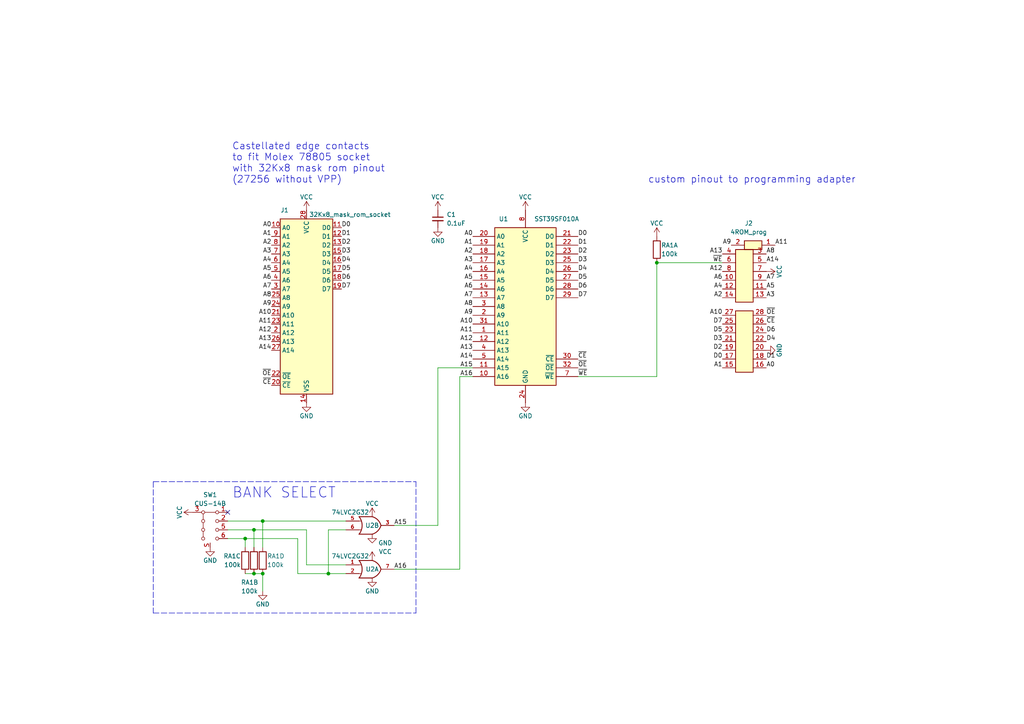
<source format=kicad_sch>
(kicad_sch (version 20211123) (generator eeschema)
  (paper "A4")
  (title_block (title "4ROM_78802") (date "2023-01-20") (rev "002") (company "Brian K. White b.kenyon.w@gmail.com") (comment 1 "CC-BY-SA") (comment 2 "4-bank ROM for 78805 socket with standard mask rom JEDEC pinout"))
  (lib_symbols
    (symbol "000_LOCAL:29F010"
      (property "Reference" "U" (at -8.128 24.384 0))
      (property "Value" "29F010" (at 1.016 24.384 0))
      (symbol "29F010_0_1"
        (rectangle (start -8.89 -22.86) (end 8.89 22.86) (stroke (width 0.254)) (fill (type background)))
      )
      (symbol "29F010_1_1"
        (pin input line (at -15.24 -7.62 0) (length 6.35) (name "A11") (number "1"))
        (pin input line (at -15.24 -20.32 0) (length 6.35) (name "A16") (number "10"))
        (pin input line (at -15.24 -17.78 0) (length 6.35) (name "A15") (number "11"))
        (pin input line (at -15.24 -10.16 0) (length 6.35) (name "A12") (number "12"))
        (pin input line (at -15.24 2.54 0) (length 6.35) (name "A7") (number "13"))
        (pin input line (at -15.24 5.08 0) (length 6.35) (name "A6") (number "14"))
        (pin input line (at -15.24 7.62 0) (length 6.35) (name "A5") (number "15"))
        (pin input line (at -15.24 10.16 0) (length 6.35) (name "A4") (number "16"))
        (pin input line (at -15.24 12.7 0) (length 6.35) (name "A3") (number "17"))
        (pin input line (at -15.24 15.24 0) (length 6.35) (name "A2") (number "18"))
        (pin input line (at -15.24 17.78 0) (length 6.35) (name "A1") (number "19"))
        (pin input line (at -15.24 -2.54 0) (length 6.35) (name "A9") (number "2"))
        (pin input line (at -15.24 20.32 0) (length 6.35) (name "A0") (number "20"))
        (pin tri_state line (at 15.24 20.32 180) (length 6.35) (name "D0") (number "21"))
        (pin tri_state line (at 15.24 17.78 180) (length 6.35) (name "D1") (number "22"))
        (pin tri_state line (at 15.24 15.24 180) (length 6.35) (name "D2") (number "23"))
        (pin input line (at 0 -27.94 90) (length 5.08) (name "GND") (number "24"))
        (pin tri_state line (at 15.24 12.7 180) (length 6.35) (name "D3") (number "25"))
        (pin tri_state line (at 15.24 10.16 180) (length 6.35) (name "D4") (number "26"))
        (pin tri_state line (at 15.24 7.62 180) (length 6.35) (name "D5") (number "27"))
        (pin tri_state line (at 15.24 5.08 180) (length 6.35) (name "D6") (number "28"))
        (pin tri_state line (at 15.24 2.54 180) (length 6.35) (name "D7") (number "29"))
        (pin input line (at -15.24 0 0) (length 6.35) (name "A8") (number "3"))
        (pin input line (at 15.24 -15.24 180) (length 6.35) (name "~{CE}") (number "30"))
        (pin input line (at -15.24 -5.08 0) (length 6.35) (name "A10") (number "31"))
        (pin input line (at 15.24 -17.78 180) (length 6.35) (name "~{OE}") (number "32"))
        (pin input line (at -15.24 -12.7 0) (length 6.35) (name "A13") (number "4"))
        (pin input line (at -15.24 -15.24 0) (length 6.35) (name "A14") (number "5"))
        (pin input line (at 15.24 -20.32 180) (length 6.35) (name "~{WE}") (number "7"))
        (pin input line (at 0 27.94 270) (length 5.08) (name "VCC") (number "8"))
      )
    )
    (symbol "000_LOCAL:32Kx8_mask_rom_socket"
      (property "Reference" "U" (at -7.62 26.67 0))
      (property "Value" "32Kx8_mask_rom_socket" (at 0.762 26.67 0))
      (symbol "32Kx8_mask_rom_socket_1_1"
        (rectangle (start -7.62 25.4) (end 7.62 -25.4) (stroke (width 0.254)) (fill (type background)))
        (pin no_connect line (at -7.62 -17.78 0) (length 2.54) hide (name "NC(VPP)") (number "1"))
        (pin output line (at -10.16 22.86 0) (length 2.54) (name "A0") (number "10"))
        (pin tri_state line (at 10.16 22.86 180) (length 2.54) (name "D0") (number "11"))
        (pin tri_state line (at 10.16 20.32 180) (length 2.54) (name "D1") (number "12"))
        (pin tri_state line (at 10.16 17.78 180) (length 2.54) (name "D2") (number "13"))
        (pin power_out line (at 0 -27.94 90) (length 2.54) (name "VSS") (number "14"))
        (pin tri_state line (at 10.16 15.24 180) (length 2.54) (name "D3") (number "15"))
        (pin tri_state line (at 10.16 12.7 180) (length 2.54) (name "D4") (number "16"))
        (pin tri_state line (at 10.16 10.16 180) (length 2.54) (name "D5") (number "17"))
        (pin tri_state line (at 10.16 7.62 180) (length 2.54) (name "D6") (number "18"))
        (pin tri_state line (at 10.16 5.08 180) (length 2.54) (name "D7") (number "19"))
        (pin output line (at -10.16 -7.62 0) (length 2.54) (name "A12") (number "2"))
        (pin output line (at -10.16 -22.86 0) (length 2.54) (name "~{CE}") (number "20"))
        (pin output line (at -10.16 -2.54 0) (length 2.54) (name "A10") (number "21"))
        (pin output line (at -10.16 -20.32 0) (length 2.54) (name "~{OE}") (number "22"))
        (pin output line (at -10.16 -5.08 0) (length 2.54) (name "A11") (number "23"))
        (pin output line (at -10.16 0 0) (length 2.54) (name "A9") (number "24"))
        (pin output line (at -10.16 2.54 0) (length 2.54) (name "A8") (number "25"))
        (pin output line (at -10.16 -10.16 0) (length 2.54) (name "A13") (number "26"))
        (pin output line (at -10.16 -12.7 0) (length 2.54) (name "A14") (number "27"))
        (pin power_out line (at 0 27.94 270) (length 2.54) (name "VCC") (number "28"))
        (pin output line (at -10.16 5.08 0) (length 2.54) (name "A7") (number "3"))
        (pin output line (at -10.16 7.62 0) (length 2.54) (name "A6") (number "4"))
        (pin output line (at -10.16 10.16 0) (length 2.54) (name "A5") (number "5"))
        (pin output line (at -10.16 12.7 0) (length 2.54) (name "A4") (number "6"))
        (pin output line (at -10.16 15.24 0) (length 2.54) (name "A3") (number "7"))
        (pin output line (at -10.16 17.78 0) (length 2.54) (name "A2") (number "8"))
        (pin output line (at -10.16 20.32 0) (length 2.54) (name "A1") (number "9"))
      )
    )
    (symbol "000_LOCAL:4ROM_prog" (pin_names (offset 1.016) hide)
      (property "Reference" "J" (at 0 20.32 0))
      (property "Value" "4ROM_prog" (at 0 -20.32 0))
      (symbol "4ROM_prog_1_1"
        (rectangle (start -2.54 -1.27) (end 2.54 -19.05) (stroke (width 0.254)) (fill (type background)))
        (rectangle (start -2.54 16.51) (end 2.54 1.27) (stroke (width 0.254)) (fill (type background)))
        (rectangle (start 0 19.05) (end 5.08 16.51) (stroke (width 0.254)) (fill (type background)))
        (pin passive line (at 8.89 17.78 180) (length 3.81) (name "A11") (number "1"))
        (pin passive line (at -6.35 7.62 0) (length 3.81) (name "A6") (number "10"))
        (pin passive line (at 6.35 5.08 180) (length 3.81) (name "A5") (number "11"))
        (pin passive line (at -6.35 5.08 0) (length 3.81) (name "A4") (number "12"))
        (pin passive line (at 6.35 2.54 180) (length 3.81) (name "A3") (number "13"))
        (pin passive line (at -6.35 2.54 0) (length 3.81) (name "A2") (number "14"))
        (pin passive line (at -6.35 -17.78 0) (length 3.81) (name "A1") (number "15"))
        (pin passive line (at 6.35 -17.78 180) (length 3.81) (name "A0") (number "16"))
        (pin passive line (at -6.35 -15.24 0) (length 3.81) (name "D0") (number "17"))
        (pin passive line (at 6.35 -15.24 180) (length 3.81) (name "D1") (number "18"))
        (pin passive line (at -6.35 -12.7 0) (length 3.81) (name "D2") (number "19"))
        (pin passive line (at -3.81 17.78 0) (length 3.81) (name "A9") (number "2"))
        (pin passive line (at 6.35 -12.7 180) (length 3.81) (name "GND") (number "20"))
        (pin passive line (at -6.35 -10.16 0) (length 3.81) (name "D3") (number "21"))
        (pin passive line (at 6.35 -10.16 180) (length 3.81) (name "D4") (number "22"))
        (pin passive line (at -6.35 -7.62 0) (length 3.81) (name "D5") (number "23"))
        (pin passive line (at 6.35 -7.62 180) (length 3.81) (name "D6") (number "24"))
        (pin passive line (at -6.35 -5.08 0) (length 3.81) (name "D7") (number "25"))
        (pin passive line (at 6.35 -5.08 180) (length 3.81) (name "~{CE}") (number "26"))
        (pin passive line (at -6.35 -2.54 0) (length 3.81) (name "A10") (number "27"))
        (pin passive line (at 6.35 -2.54 180) (length 3.81) (name "~{OE}") (number "28"))
        (pin passive line (at 6.35 15.24 180) (length 3.81) (name "A8") (number "3"))
        (pin passive line (at -6.35 15.24 0) (length 3.81) (name "A13") (number "4"))
        (pin passive line (at 6.35 12.7 180) (length 3.81) (name "A14") (number "5"))
        (pin passive line (at -6.35 12.7 0) (length 3.81) (name "~{WE}") (number "6"))
        (pin passive line (at 6.35 10.16 180) (length 3.81) (name "VCC") (number "7"))
        (pin passive line (at -6.35 10.16 0) (length 3.81) (name "A12") (number "8"))
        (pin passive line (at 6.35 7.62 180) (length 3.81) (name "A7") (number "9"))
      )
    )
    (symbol "000_LOCAL:74LVC2G32" (pin_names (offset 1.016))
      (property "Reference" "U" (at -2.54 3.81 0))
      (property "Value" "74LVC2G32" (at 0 -3.81 0))
      (symbol "74LVC2G32_0_1"
        (arc (start -3.81 -2.54) (mid -2.919 0) (end -3.81 2.54) (stroke (width 0.254)))
        (arc (start 0 -2.54) (mid 1.5993 -1.6027) (end 2.54 0) (stroke (width 0.254)))
        (polyline (pts (xy -3.81 -1.27) (xy -3.175 -1.27)))
        (polyline (pts (xy -3.81 1.27) (xy -3.175 1.27)))
        (polyline (pts (xy 0 -2.54) (xy -3.81 -2.54)) (stroke (width 0.254)) (fill (type background)))
        (polyline (pts (xy 0 2.54) (xy -3.81 2.54)) (stroke (width 0.254)) (fill (type background)))
        (arc (start 2.54 0) (mid 1.6119 1.6152) (end 0 2.54) (stroke (width 0.254)))
        (pin power_in line (at 0 -2.54 270) (length 0) hide (name "GND") (number "4"))
        (pin power_in line (at 0 2.54 90) (length 0) hide (name "VCC") (number "8"))
      )
      (symbol "74LVC2G32_1_1"
        (pin input line (at -7.62 1.27 0) (length 3.81) (name "~") (number "1"))
        (pin input line (at -7.62 -1.27 0) (length 3.81) (name "~") (number "2"))
        (pin output line (at 6.35 0 180) (length 3.81) (name "~") (number "7"))
      )
      (symbol "74LVC2G32_2_1"
        (pin output line (at 6.35 0 180) (length 3.81) (name "~") (number "3"))
        (pin input line (at -7.62 1.27 0) (length 3.81) (name "~") (number "5"))
        (pin input line (at -7.62 -1.27 0) (length 3.81) (name "~") (number "6"))
      )
    )
    (symbol "000_LOCAL:C" (pin_numbers hide) (pin_names (offset 0.254) hide)
      (property "Reference" "C" (at 0.254 1.778 0))
      (property "Value" "C" (at 0.254 -2.032 0))
      (symbol "C_0_1"
        (polyline (pts (xy -1.524 -0.508) (xy 1.524 -0.508)) (stroke (width 0.3302)))
        (polyline (pts (xy -1.524 0.508) (xy 1.524 0.508)) (stroke (width 0.3048)))
      )
      (symbol "C_1_1"
        (pin passive line (at 0 2.54 270) (length 2.032) (name "~") (number "1"))
        (pin passive line (at 0 -2.54 90) (length 2.032) (name "~") (number "2"))
      )
    )
    (symbol "000_LOCAL:GND" (power) (pin_names (offset 0))
      (property "Value" "GND" (at 0 -3.81 0))
      (symbol "GND_0_1"
        (polyline (pts (xy 0 0) (xy 0 -1.27) (xy 1.27 -1.27) (xy 0 -2.54) (xy -1.27 -1.27) (xy 0 -1.27)))
      )
      (symbol "GND_1_1"
        (pin power_in line (at 0 0 270) (length 0) hide (name "GND") (number "1"))
      )
    )
    (symbol "000_LOCAL:R_Array_04" (pin_numbers hide) (pin_names (offset 0) hide)
      (property "Reference" "RA" (at 2.032 0 90))
      (property "Value" "R_Array_04" (at -2.032 0 90))
      (symbol "R_Array_04_0_1"
        (rectangle (start 1.016 2.54) (end -1.016 -2.54) (stroke (width 0.254)))
      )
      (symbol "R_Array_04_1_1"
        (pin passive line (at 0 3.81 270) (length 1.27) (name "R1.1") (number "1"))
        (pin passive line (at 0 -3.81 90) (length 1.27) (name "R1.2") (number "8"))
      )
      (symbol "R_Array_04_2_1"
        (pin passive line (at 0 3.81 270) (length 1.27) (name "R2.1") (number "2"))
        (pin passive line (at 0 -3.81 90) (length 1.27) (name "R2.2") (number "7"))
      )
      (symbol "R_Array_04_3_1"
        (pin passive line (at 0 3.81 270) (length 1.27) (name "R3.1") (number "3"))
        (pin passive line (at 0 -3.81 90) (length 1.27) (name "R3.2") (number "6"))
      )
      (symbol "R_Array_04_4_1"
        (pin passive line (at 0 3.81 270) (length 1.27) (name "R4.1") (number "4"))
        (pin passive line (at 0 -3.81 90) (length 1.27) (name "R4.2") (number "5"))
      )
    )
    (symbol "000_LOCAL:SW_1P4T_CUS-14B" (pin_names (offset 0) hide)
      (property "Reference" "SW" (at 0 6.35 0))
      (property "Value" "SW_1P4T_CUS-14B" (at 0 -7.62 0))
      (symbol "SW_1P4T_CUS-14B_0_1"
        (circle (center -2.032 -3.81) (radius 0.4572))
        (circle (center -2.032 -1.27) (radius 0.4572))
        (circle (center -2.032 1.27) (radius 0.4572))
        (circle (center -2.032 3.81) (radius 0.4572))
        (polyline (pts (xy -2.032 -1.778) (xy -2.032 -3.302)) (stroke (width 0.1524)))
        (polyline (pts (xy -2.032 0.762) (xy -2.032 -0.762)) (stroke (width 0.1524)))
        (polyline (pts (xy -2.032 3.302) (xy -2.032 1.778)) (stroke (width 0.1524)))
        (polyline (pts (xy -1.524 3.81) (xy 1.524 3.81)) (stroke (width 0.1524)))
        (circle (center 2.032 -3.81) (radius 0.4572))
        (circle (center 2.032 -1.27) (radius 0.4572))
        (circle (center 2.032 1.27) (radius 0.4572))
        (circle (center 2.032 3.81) (radius 0.4572))
      )
      (symbol "SW_1P4T_CUS-14B_1_1"
        (pin passive line (at 5.08 3.81 180) (length 2.54) (name "1") (number "1"))
        (pin passive line (at 5.08 1.27 180) (length 2.54) (name "2") (number "2"))
        (pin passive line (at -5.08 3.81 0) (length 2.54) (name "C") (number "3"))
        (pin passive line (at -5.08 3.81 0) (length 2.54) hide (name "C") (number "4"))
        (pin passive line (at 5.08 -1.27 180) (length 2.54) (name "5") (number "5"))
        (pin passive line (at 5.08 -3.81 180) (length 2.54) (name "6") (number "6"))
        (pin passive line (at 0 -6.35 90) (length 1.27) (name "S") (number "S"))
      )
    )
    (symbol "000_LOCAL:VCC" (power) (pin_names (offset 0))
      (property "Value" "VCC" (at 0 3.81 0))
      (symbol "VCC_0_1"
        (polyline (pts (xy -0.762 1.27) (xy 0 2.54)))
        (polyline (pts (xy 0 0) (xy 0 2.54)))
        (polyline (pts (xy 0 2.54) (xy 0.762 1.27)))
      )
      (symbol "VCC_1_1"
        (pin power_in line (at 0 0 90) (length 0) hide (name "VCC") (number "1"))
      )
    )
  )
  (junction (at 76.2 151.13))
  (junction (at 95.25 166.37))
  (junction (at 76.2 166.37))
  (junction (at 190.5 76.2))
  (junction (at 73.66 153.67))
  (junction (at 71.12 156.21))
  (junction (at 73.66 166.37))
  (no_connect (at 66.04 148.59))
  (wire (pts (xy 73.66 166.37) (xy 76.2 166.37)))
  (wire (pts (xy 137.16 106.68) (xy 127 106.68)))
  (wire (pts (xy 95.25 153.67) (xy 95.25 166.37)))
  (wire (pts (xy 73.66 153.67) (xy 88.9 153.67)))
  (wire (pts (xy 86.36 156.21) (xy 86.36 166.37)))
  (wire (pts (xy 73.66 153.67) (xy 73.66 158.75)))
  (wire (pts (xy 100.33 153.67) (xy 95.25 153.67)))
  (polyline (pts (xy 44.45 139.7) (xy 44.45 177.8)))
  (wire (pts (xy 95.25 166.37) (xy 100.33 166.37)))
  (wire (pts (xy 88.9 153.67) (xy 88.9 163.83)))
  (wire (pts (xy 88.9 163.83) (xy 100.33 163.83)))
  (wire (pts (xy 190.5 76.2) (xy 209.55 76.2)))
  (polyline (pts (xy 120.65 177.8) (xy 120.65 139.7)))
  (wire (pts (xy 76.2 151.13) (xy 76.2 158.75)))
  (wire (pts (xy 137.16 109.22) (xy 133.35 109.22)))
  (wire (pts (xy 76.2 151.13) (xy 100.33 151.13)))
  (wire (pts (xy 66.04 153.67) (xy 73.66 153.67)))
  (wire (pts (xy 86.36 166.37) (xy 95.25 166.37)))
  (wire (pts (xy 114.3 152.4) (xy 127 152.4)))
  (wire (pts (xy 190.5 109.22) (xy 190.5 76.2)))
  (wire (pts (xy 71.12 156.21) (xy 71.12 158.75)))
  (wire (pts (xy 133.35 109.22) (xy 133.35 165.1)))
  (polyline (pts (xy 44.45 139.7) (xy 120.65 139.7)))
  (wire (pts (xy 71.12 166.37) (xy 73.66 166.37)))
  (wire (pts (xy 66.04 156.21) (xy 71.12 156.21)))
  (wire (pts (xy 76.2 166.37) (xy 76.2 171.45)))
  (wire (pts (xy 127 106.68) (xy 127 152.4)))
  (polyline (pts (xy 44.45 177.8) (xy 120.65 177.8)))
  (wire (pts (xy 167.64 109.22) (xy 190.5 109.22)))
  (wire (pts (xy 71.12 156.21) (xy 86.36 156.21)))
  (wire (pts (xy 66.04 151.13) (xy 76.2 151.13)))
  (wire (pts (xy 114.3 165.1) (xy 133.35 165.1)))
  (text "Castellated edge contacts\nto fit Molex 78805 socket\nwith 32Kx8 mask rom pinout\n(27256 without VPP)" (at 67.31 53.34 0) (effects (font (size 2 2)) (justify left bottom)))
  (text "custom pinout to programming adapter" (at 187.96 53.34 0) (effects (font (size 2 2)) (justify left bottom)))
  (text "BANK SELECT" (at 67.31 144.78 0) (effects (font (size 3 3)) (justify left bottom)))
  (label "A6" (at 137.16 83.82 180))
  (label "D7" (at 209.55 93.98 180))
  (label "D6" (at 99.06 81.28 0))
  (label "A11" (at 78.74 93.98 180))
  (label "~{OE}" (at 167.64 106.68 0))
  (label "A11" (at 224.79 71.12 0))
  (label "~{OE}" (at 78.74 109.22 180))
  (label "A10" (at 209.55 91.44 180))
  (label "D4" (at 99.06 76.2 0))
  (label "A9" (at 137.16 91.44 180))
  (label "D0" (at 209.55 104.14 180))
  (label "A12" (at 137.16 99.06 180))
  (label "D6" (at 167.64 83.82 0))
  (label "A5" (at 78.74 78.74 180))
  (label "A14" (at 78.74 101.6 180))
  (label "A13" (at 209.55 73.66 180))
  (label "D5" (at 167.64 81.28 0))
  (label "D5" (at 209.55 96.52 180))
  (label "A2" (at 209.55 86.36 180))
  (label "A2" (at 137.16 73.66 180))
  (label "D0" (at 99.06 66.04 0))
  (label "A6" (at 209.55 81.28 180))
  (label "~{CE}" (at 78.74 111.76 180))
  (label "A12" (at 78.74 96.52 180))
  (label "D3" (at 99.06 73.66 0))
  (label "A15" (at 137.16 106.68 180))
  (label "A0" (at 78.74 66.04 180))
  (label "D3" (at 209.55 99.06 180))
  (label "A14" (at 137.16 104.14 180))
  (label "A4" (at 209.55 83.82 180))
  (label "D2" (at 99.06 71.12 0))
  (label "D7" (at 167.64 86.36 0))
  (label "A9" (at 78.74 88.9 180))
  (label "A3" (at 137.16 76.2 180))
  (label "D6" (at 222.25 96.52 0))
  (label "D0" (at 167.64 68.58 0))
  (label "A4" (at 137.16 78.74 180))
  (label "A3" (at 222.25 86.36 0))
  (label "~{WE}" (at 167.64 109.22 0))
  (label "A10" (at 137.16 93.98 180))
  (label "A15" (at 114.3 152.4 0))
  (label "~{CE}" (at 167.64 104.14 0))
  (label "A7" (at 78.74 83.82 180))
  (label "A8" (at 137.16 88.9 180))
  (label "A2" (at 78.74 71.12 180))
  (label "A13" (at 78.74 99.06 180))
  (label "D2" (at 167.64 73.66 0))
  (label "A11" (at 137.16 96.52 180))
  (label "D7" (at 99.06 83.82 0))
  (label "A3" (at 78.74 73.66 180))
  (label "A10" (at 78.74 91.44 180))
  (label "A4" (at 78.74 76.2 180))
  (label "D2" (at 209.55 101.6 180))
  (label "D1" (at 222.25 104.14 0))
  (label "D1" (at 99.06 68.58 0))
  (label "A7" (at 137.16 86.36 180))
  (label "A1" (at 78.74 68.58 180))
  (label "A13" (at 137.16 101.6 180))
  (label "~{WE}" (at 209.55 76.2 180))
  (label "~{CE}" (at 222.25 93.98 0))
  (label "A5" (at 137.16 81.28 180))
  (label "D5" (at 99.06 78.74 0))
  (label "A16" (at 114.3 165.1 0))
  (label "A0" (at 137.16 68.58 180))
  (label "~{OE}" (at 222.25 91.44 0))
  (label "D4" (at 167.64 78.74 0))
  (label "A9" (at 212.09 71.12 180))
  (label "A8" (at 78.74 86.36 180))
  (label "A12" (at 209.55 78.74 180))
  (label "A16" (at 137.16 109.22 180))
  (label "A6" (at 78.74 81.28 180))
  (label "A0" (at 222.25 106.68 0))
  (label "A5" (at 222.25 83.82 0))
  (label "A1" (at 209.55 106.68 180))
  (label "D4" (at 222.25 99.06 0))
  (label "A8" (at 222.25 73.66 0))
  (label "D3" (at 167.64 76.2 0))
  (label "D1" (at 167.64 71.12 0))
  (label "A7" (at 222.25 81.28 0))
  (label "A14" (at 222.25 76.2 0))
  (label "A1" (at 137.16 71.12 180))
  (symbol (lib_id "000_LOCAL:29F010") (at 152.4 88.9 0) (unit 1)
    (property "Reference" "U1" (at 146.05 63.5 0))
    (property "Value" "SST39SF010A" (at 154.94 63.5 0) (effects (justify left)))
    (property "Footprint" "000_LOCAL:TSOP32-14mm" (effects hide))
    (property "Datasheet" "http://ww1.microchip.com/downloads/en/DeviceDoc/doc0006.pdf" (effects hide))
  )
  (symbol (lib_id "000_LOCAL:32Kx8_mask_rom_socket") (at 88.9 88.9 0) (unit 1)
    (property "Reference" "J1" (at 82.55 60.96 0))
    (property "Value" "32Kx8_mask_rom_socket" (at 89.662 62.23 0) (effects (justify left)))
    (property "Footprint" "000_LOCAL:Molex78802_PCB_28" (effects hide))
  )
  (symbol (lib_id "000_LOCAL:VCC") (at 152.4 60.96 0) (unit 1)
    (property "Reference" "#PWR0101" (effects hide))
    (property "Value" "VCC" (at 152.4 57.15 0))
  )
  (symbol (lib_id "000_LOCAL:VCC") (at 88.9 60.96 0) (unit 1)
    (property "Reference" "#PWR0102" (effects hide))
    (property "Value" "VCC" (at 88.9 57.15 0))
  )
  (symbol (lib_id "000_LOCAL:VCC") (at 190.5 68.58 0) (mirror y) (unit 1)
    (property "Reference" "#PWR0105" (effects hide))
    (property "Value" "VCC" (at 190.5 64.77 0))
  )
  (symbol (lib_id "000_LOCAL:VCC") (at 55.88 148.59 90) (mirror x) (unit 1)
    (property "Reference" "#PWR0108" (effects hide))
    (property "Value" "VCC" (at 52.07 148.59 0))
  )
  (symbol (lib_id "000_LOCAL:VCC") (at 107.95 149.86 0) (mirror y) (unit 1)
    (property "Reference" "#PWR0109" (effects hide))
    (property "Value" "VCC" (at 107.95 146.05 0))
  )
  (symbol (lib_id "000_LOCAL:GND") (at 88.9 116.84 0) (unit 1)
    (property "Reference" "#PWR0104" (effects hide))
    (property "Value" "GND" (at 88.9 120.65 0))
  )
  (symbol (lib_id "000_LOCAL:GND") (at 152.4 116.84 0) (unit 1)
    (property "Reference" "#PWR0107" (effects hide))
    (property "Value" "GND" (at 152.4 120.65 0))
  )
  (symbol (lib_id "000_LOCAL:R_Array_04") (at 190.5 72.39 0) (mirror x) (unit 1)
    (property "Reference" "RA1" (at 191.77 71.12 0) (effects (justify left)))
    (property "Value" "100k" (at 191.77 73.66 0) (effects (justify left)))
    (property "Footprint" "000_LOCAL:R_Array_Convex_4x0612" (effects hide))
    (property "Datasheet" "http://www.vishay.com/docs/31509/csc.pdf" (effects hide))
  )
  (symbol (lib_id "000_LOCAL:SW_1P4T_CUS-14B") (at 60.96 152.4 0) (unit 1)
    (property "Reference" "SW1" (at 60.96 143.51 0))
    (property "Value" "CUS-14B" (at 60.96 146.05 0))
    (property "Footprint" "000_LOCAL:SW_SP4T_CUS-14B" (effects hide))
  )
  (symbol (lib_id "000_LOCAL:74LVC2G32") (at 107.95 165.1 0) (unit 1)
    (property "Reference" "U2" (at 107.95 165.1 0))
    (property "Value" "74LVC2G32" (at 101.6 161.29 0))
    (property "Footprint" "000_LOCAL:TSSOP-8_3x3mm_P0.65mm" (effects hide))
    (property "Datasheet" "http://www.ti.com/lit/sg/scyt129e/scyt129e.pdf" (effects hide))
  )
  (symbol (lib_id "000_LOCAL:74LVC2G32") (at 107.95 152.4 0) (unit 2)
    (property "Reference" "U2" (at 107.95 152.4 0))
    (property "Value" "74LVC2G32" (at 101.6 148.59 0))
    (property "Footprint" "000_LOCAL:TSSOP-8_3x3mm_P0.65mm" (effects hide))
    (property "Datasheet" "http://www.ti.com/lit/sg/scyt129e/scyt129e.pdf" (effects hide))
  )
  (symbol (lib_id "000_LOCAL:GND") (at 107.95 167.64 0) (mirror y) (unit 1)
    (property "Reference" "#PWR0112" (effects hide))
    (property "Value" "GND" (at 107.95 171.45 0))
  )
  (symbol (lib_id "000_LOCAL:GND") (at 127 66.04 0) (unit 1)
    (property "Reference" "#PWR0115" (effects hide))
    (property "Value" "GND" (at 127 69.85 0))
  )
  (symbol (lib_id "000_LOCAL:R_Array_04") (at 71.12 162.56 0) (unit 3)
    (property "Reference" "RA1" (at 69.85 161.29 0) (effects (justify right)))
    (property "Value" "100k" (at 69.85 163.83 0) (effects (justify right)))
    (property "Footprint" "000_LOCAL:R_Array_Convex_4x0612" (effects hide))
    (property "Datasheet" "http://www.vishay.com/docs/31509/csc.pdf" (effects hide))
  )
  (symbol (lib_id "000_LOCAL:GND") (at 60.96 158.75 0) (mirror y) (unit 1)
    (property "Reference" "#PWR0114" (effects hide))
    (property "Value" "GND" (at 60.96 162.56 0))
  )
  (symbol (lib_id "000_LOCAL:GND") (at 107.95 154.94 0) (mirror y) (unit 1)
    (property "Reference" "#PWR0106" (effects hide))
    (property "Value" "GND" (at 111.76 157.48 0))
  )
  (symbol (lib_id "000_LOCAL:C") (at 127 63.5 0) (unit 1)
    (property "Reference" "C1" (at 129.54 62.2362 0) (effects (justify left)))
    (property "Value" "0.1uF" (at 129.54 64.7762 0) (effects (justify left)))
    (property "Footprint" "000_LOCAL:C_0805" (effects hide))
  )
  (symbol (lib_id "000_LOCAL:GND") (at 76.2 171.45 0) (mirror y) (unit 1)
    (property "Reference" "#PWR0103" (effects hide))
    (property "Value" "GND" (at 76.2 175.26 0))
  )
  (symbol (lib_id "000_LOCAL:R_Array_04") (at 73.66 162.56 0) (unit 2)
    (property "Reference" "RA1" (at 74.93 168.91 0) (effects (justify right)))
    (property "Value" "100k" (at 72.39 171.45 0))
    (property "Footprint" "000_LOCAL:R_Array_Convex_4x0612" (effects hide))
    (property "Datasheet" "http://www.vishay.com/docs/31509/csc.pdf" (effects hide))
  )
  (symbol (lib_id "000_LOCAL:VCC") (at 222.25 78.74 270) (unit 1)
    (property "Reference" "#PWR0110" (effects hide))
    (property "Value" "VCC" (at 226.06 78.74 0))
  )
  (symbol (lib_id "000_LOCAL:VCC") (at 127 60.96 0) (unit 1)
    (property "Reference" "#PWR0116" (effects hide))
    (property "Value" "VCC" (at 127 57.15 0))
  )
  (symbol (lib_id "000_LOCAL:R_Array_04") (at 76.2 162.56 0) (unit 4)
    (property "Reference" "RA1" (at 77.47 161.29 0) (effects (justify left)))
    (property "Value" "100k" (at 77.47 163.83 0) (effects (justify left)))
    (property "Footprint" "000_LOCAL:R_Array_Convex_4x0612" (effects hide))
    (property "Datasheet" "http://www.vishay.com/docs/31509/csc.pdf" (effects hide))
  )
  (symbol (lib_id "000_LOCAL:4ROM_prog") (at 215.9 88.9 0) (unit 1)
    (property "Reference" "J2" (at 217.17 64.77 0))
    (property "Value" "4ROM_prog" (at 217.17 67.31 0))
    (property "Footprint" "000_LOCAL:4ROM_prog_female" (effects hide))
  )
  (symbol (lib_id "000_LOCAL:VCC") (at 107.95 162.56 0) (mirror y) (unit 1)
    (property "Reference" "#PWR0113" (effects hide))
    (property "Value" "VCC" (at 111.76 160.02 0))
  )
  (symbol (lib_id "000_LOCAL:GND") (at 222.25 101.6 90) (unit 1)
    (property "Reference" "#PWR0111" (effects hide))
    (property "Value" "GND" (at 226.06 101.6 0))
  )
)
</source>
